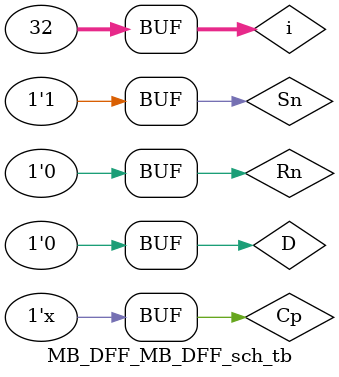
<source format=v>

`timescale 1ns / 1ps

module MB_DFF_MB_DFF_sch_tb();

// Inputs
   reg Rn;
   reg D;
   reg Sn;
   reg Cp;

// Output
   wire Q;
   wire Qn;

// Bidirs

// Instantiate the UUT
   MB_DFF UUT (
		.Q(Q), 
		.Qn(Qn), 
		.Rn(Rn), 
		.D(D), 
		.Sn(Sn), 
		.Cp(Cp)
   );
// Initialize Inputs
integer i;
       initial begin
		Cp = 0;
		Rn = 1;
		Sn = 1;
		D = 0;
		#40;
		D = 1;
		#100;
		D = 0;
		#100;
		Rn = 1;
		Sn = 0;
		D = 0;
		#40;
		D = 1;
		#100;
		D = 0;
		#100;
		Rn = 0;
		Sn = 1;
		D = 0;
		#40;
		D = 1;
		#100;
		D = 0;
		#100;
		end
		always@*
	for(i=0;i<32;i=i+1)begin
	#50;
	Cp<=~Cp;
	end
endmodule

</source>
